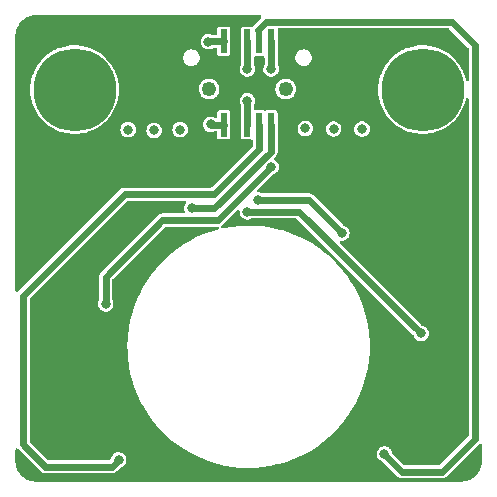
<source format=gbl>
G04 #@! TF.GenerationSoftware,KiCad,Pcbnew,(6.0.2)*
G04 #@! TF.CreationDate,2022-06-18T21:44:04-04:00*
G04 #@! TF.ProjectId,Foras Promineo CLR PCB,466f7261-7320-4507-926f-6d696e656f20,rev?*
G04 #@! TF.SameCoordinates,PX4c4b400PY6a92b70*
G04 #@! TF.FileFunction,Copper,L2,Bot*
G04 #@! TF.FilePolarity,Positive*
%FSLAX46Y46*%
G04 Gerber Fmt 4.6, Leading zero omitted, Abs format (unit mm)*
G04 Created by KiCad (PCBNEW (6.0.2)) date 2022-06-18 21:44:04*
%MOMM*%
%LPD*%
G01*
G04 APERTURE LIST*
G04 #@! TA.AperFunction,ComponentPad*
%ADD10C,0.800000*%
G04 #@! TD*
G04 #@! TA.AperFunction,ComponentPad*
%ADD11C,7.000000*%
G04 #@! TD*
G04 #@! TA.AperFunction,SMDPad,CuDef*
%ADD12R,0.600000X2.000000*%
G04 #@! TD*
G04 #@! TA.AperFunction,ComponentPad*
%ADD13C,1.248000*%
G04 #@! TD*
G04 #@! TA.AperFunction,ViaPad*
%ADD14C,0.800000*%
G04 #@! TD*
G04 #@! TA.AperFunction,Conductor*
%ADD15C,0.600000*%
G04 #@! TD*
G04 APERTURE END LIST*
D10*
G04 #@! TO.P,H1,1,1*
G04 #@! TO.N,Net-(C1-Pad1)*
X-12873845Y43343845D03*
X-14730000Y47825000D03*
X-14730000Y42575000D03*
D11*
X-14730000Y45200000D03*
D10*
X-17355000Y45200000D03*
X-16586155Y47056155D03*
X-12873845Y47056155D03*
X-12105000Y45200000D03*
X-16586155Y43343845D03*
G04 #@! TD*
G04 #@! TO.P,H2,1,1*
G04 #@! TO.N,Net-(C2-Pad1)*
X16586155Y43343845D03*
X12873845Y47056155D03*
X12873845Y43343845D03*
X12105000Y45200000D03*
X14730000Y47825000D03*
D11*
X14730000Y45200000D03*
D10*
X16586155Y47056155D03*
X17355000Y45200000D03*
X14730000Y42575000D03*
G04 #@! TD*
D12*
G04 #@! TO.P,J1,1,Pin_1*
G04 #@! TO.N,Net-(C5-Pad1)*
X-2100000Y49275000D03*
G04 #@! TO.P,J1,2,Pin_2*
X-2100000Y42225000D03*
G04 #@! TO.P,J1,3,Pin_3*
G04 #@! TO.N,GND*
X-1100000Y49275000D03*
G04 #@! TO.P,J1,4,Pin_4*
X-1100000Y42225000D03*
G04 #@! TO.P,J1,5,Pin_5*
G04 #@! TO.N,/LED_1*
X-100000Y49275000D03*
G04 #@! TO.P,J1,6,Pin_6*
G04 #@! TO.N,/LED_2*
X-100000Y42225000D03*
G04 #@! TO.P,J1,7,Pin_7*
G04 #@! TO.N,/LED_3*
X900000Y49275000D03*
G04 #@! TO.P,J1,8,Pin_8*
G04 #@! TO.N,/LED_4*
X900000Y42225000D03*
G04 #@! TO.P,J1,9,Pin_9*
G04 #@! TO.N,/LED_5*
X1900000Y49275000D03*
G04 #@! TO.P,J1,10,Pin_10*
G04 #@! TO.N,/LED_6*
X1900000Y42225000D03*
D13*
G04 #@! TO.P,J1,S1*
G04 #@! TO.N,N/C*
X-3350000Y45250000D03*
G04 #@! TO.P,J1,S2*
X3150000Y45250000D03*
G04 #@! TD*
D14*
G04 #@! TO.N,GND*
X16800000Y37650000D03*
X-16600000Y37650000D03*
X-6525000Y47137500D03*
X-8625000Y47200000D03*
G04 #@! TO.N,/LED_6*
X-4800000Y35150000D03*
G04 #@! TO.N,/LED_5*
X1900000Y46950000D03*
X1900000Y38650000D03*
X-12100000Y27050000D03*
G04 #@! TO.N,/LED_4*
X-11000000Y13850000D03*
G04 #@! TO.N,/LED_3*
X11500000Y14350000D03*
G04 #@! TO.N,/LED_2*
X-100000Y44250000D03*
X14600000Y24550000D03*
X-100000Y34850000D03*
G04 #@! TO.N,/LED_1*
X800000Y35850000D03*
X-100000Y46950000D03*
X7900000Y33050000D03*
G04 #@! TO.N,Net-(C5-Pad1)*
X4800000Y41912500D03*
X-8000000Y41737500D03*
X-3400000Y49250000D03*
X7200000Y41850000D03*
X-5800000Y41800000D03*
X9600000Y41850000D03*
X-3200000Y42250000D03*
X-10200000Y41800000D03*
G04 #@! TD*
D15*
G04 #@! TO.N,/LED_6*
X-2900000Y35150000D02*
X-4800000Y35150000D01*
X1900000Y39950000D02*
X-2900000Y35150000D01*
X1900000Y42225000D02*
X1900000Y39950000D01*
G04 #@! TO.N,/LED_5*
X-2600000Y34150000D02*
X-7300000Y34150000D01*
X1900000Y49275000D02*
X1900000Y46950000D01*
X-12100000Y29350000D02*
X-12100000Y27050000D01*
X1900000Y38650000D02*
X-2600000Y34150000D01*
X-7300000Y34150000D02*
X-12100000Y29350000D01*
G04 #@! TO.N,/LED_4*
X-2900000Y36350000D02*
X900000Y40150000D01*
X-10500000Y36350000D02*
X-2900000Y36350000D01*
X-11000000Y13850000D02*
X-11600000Y13250000D01*
X-17200000Y13250000D02*
X-19100000Y15150000D01*
X-19100000Y15150000D02*
X-19100000Y27750000D01*
X900000Y40150000D02*
X900000Y42225000D01*
X-19100000Y27750000D02*
X-10500000Y36350000D01*
X-11600000Y13250000D02*
X-17200000Y13250000D01*
G04 #@! TO.N,/LED_3*
X1500000Y50950000D02*
X800000Y50250000D01*
X11500000Y14350000D02*
X13000000Y12850000D01*
X17200000Y50950000D02*
X1500000Y50950000D01*
X19200000Y48950000D02*
X17200000Y50950000D01*
X16400000Y12850000D02*
X19200000Y15650000D01*
X13000000Y12850000D02*
X16400000Y12850000D01*
X19200000Y15650000D02*
X19200000Y48950000D01*
G04 #@! TO.N,/LED_2*
X4300000Y34850000D02*
X-100000Y34850000D01*
X14600000Y24550000D02*
X4300000Y34850000D01*
X-100000Y42225000D02*
X-100000Y44250000D01*
G04 #@! TO.N,/LED_1*
X800000Y35850000D02*
X5100000Y35850000D01*
X-100000Y49275000D02*
X-100000Y46950000D01*
X5100000Y35850000D02*
X7900000Y33050000D01*
G04 #@! TO.N,Net-(C5-Pad1)*
X-2100000Y42225000D02*
X-3175000Y42225000D01*
X-2100000Y49275000D02*
X-3375000Y49275000D01*
X-3375000Y49275000D02*
X-3400000Y49250000D01*
X-3175000Y42225000D02*
X-3200000Y42250000D01*
G04 #@! TD*
G04 #@! TA.AperFunction,Conductor*
G04 #@! TO.N,GND*
G36*
X1025750Y51475998D02*
G01*
X1072243Y51422342D01*
X1082347Y51352068D01*
X1052853Y51287488D01*
X1046724Y51280905D01*
X380999Y50615180D01*
X378404Y50611761D01*
X378403Y50611760D01*
X351689Y50576566D01*
X294572Y50534399D01*
X237526Y50530001D01*
X237298Y50527686D01*
X231135Y50528293D01*
X225067Y50529500D01*
X-99947Y50529500D01*
X-425066Y50529499D01*
X-460818Y50522388D01*
X-487126Y50517156D01*
X-487128Y50517155D01*
X-499301Y50514734D01*
X-509621Y50507839D01*
X-509622Y50507838D01*
X-558295Y50475315D01*
X-583484Y50458484D01*
X-639734Y50374301D01*
X-654500Y50300067D01*
X-654500Y47339181D01*
X-674696Y47275323D01*
X-673093Y47274464D01*
X-676680Y47267774D01*
X-681050Y47261556D01*
X-738594Y47113963D01*
X-759271Y46956904D01*
X-741887Y46799447D01*
X-739277Y46792316D01*
X-739277Y46792314D01*
X-697433Y46677970D01*
X-687447Y46650681D01*
X-599092Y46519195D01*
X-593473Y46514082D01*
X-593472Y46514081D01*
X-582097Y46503731D01*
X-481924Y46412581D01*
X-342707Y46336992D01*
X-189478Y46296793D01*
X-105523Y46295474D01*
X-38681Y46294424D01*
X-38678Y46294424D01*
X-31084Y46294305D01*
X123332Y46329671D01*
X193742Y46365083D01*
X258072Y46397437D01*
X258075Y46397439D01*
X264855Y46400849D01*
X270626Y46405778D01*
X270629Y46405780D01*
X379536Y46498796D01*
X379536Y46498797D01*
X385314Y46503731D01*
X477755Y46632376D01*
X536842Y46779359D01*
X559162Y46936193D01*
X559307Y46950000D01*
X540276Y47107267D01*
X484280Y47255454D01*
X476661Y47266540D01*
X454500Y47337908D01*
X454500Y47894500D01*
X474502Y47962621D01*
X528158Y48009114D01*
X580500Y48020500D01*
X900029Y48020501D01*
X1219500Y48020501D01*
X1287621Y48000499D01*
X1334114Y47946843D01*
X1345500Y47894501D01*
X1345500Y47339181D01*
X1325304Y47275323D01*
X1326907Y47274464D01*
X1323320Y47267774D01*
X1318950Y47261556D01*
X1261406Y47113963D01*
X1240729Y46956904D01*
X1258113Y46799447D01*
X1260723Y46792316D01*
X1260723Y46792314D01*
X1302567Y46677970D01*
X1312553Y46650681D01*
X1400908Y46519195D01*
X1406527Y46514082D01*
X1406528Y46514081D01*
X1417903Y46503731D01*
X1518076Y46412581D01*
X1657293Y46336992D01*
X1810522Y46296793D01*
X1894477Y46295474D01*
X1961319Y46294424D01*
X1961322Y46294424D01*
X1968916Y46294305D01*
X2123332Y46329671D01*
X2193742Y46365083D01*
X2258072Y46397437D01*
X2258075Y46397439D01*
X2264855Y46400849D01*
X2270626Y46405778D01*
X2270629Y46405780D01*
X2379536Y46498796D01*
X2379536Y46498797D01*
X2385314Y46503731D01*
X2477755Y46632376D01*
X2536842Y46779359D01*
X2559162Y46936193D01*
X2559307Y46950000D01*
X2540276Y47107267D01*
X2484280Y47255454D01*
X2476661Y47266540D01*
X2454500Y47337908D01*
X2454500Y47819011D01*
X3950032Y47819011D01*
X3951804Y47811632D01*
X3951804Y47811628D01*
X3987782Y47661768D01*
X3989555Y47654383D01*
X4067208Y47503935D01*
X4178505Y47376352D01*
X4207093Y47356260D01*
X4310806Y47283369D01*
X4310808Y47283368D01*
X4317023Y47279000D01*
X4395633Y47248351D01*
X4467684Y47220259D01*
X4467687Y47220258D01*
X4474764Y47217499D01*
X4482297Y47216507D01*
X4482298Y47216507D01*
X4599802Y47201038D01*
X4603889Y47200500D01*
X4692458Y47200500D01*
X4818080Y47215702D01*
X4976456Y47275547D01*
X5011065Y47299333D01*
X5109726Y47367141D01*
X5109728Y47367142D01*
X5115985Y47371443D01*
X5125460Y47382077D01*
X5223560Y47492182D01*
X5223562Y47492185D01*
X5228613Y47497854D01*
X5307836Y47647480D01*
X5349082Y47811685D01*
X5349968Y47980989D01*
X5346441Y47995684D01*
X5312218Y48138232D01*
X5310445Y48145617D01*
X5232792Y48296065D01*
X5121495Y48423648D01*
X4982977Y48521000D01*
X4853360Y48571536D01*
X4832316Y48579741D01*
X4832313Y48579742D01*
X4825236Y48582501D01*
X4817703Y48583493D01*
X4817702Y48583493D01*
X4700198Y48598962D01*
X4700197Y48598962D01*
X4696111Y48599500D01*
X4607542Y48599500D01*
X4481920Y48584298D01*
X4323544Y48524453D01*
X4184015Y48428557D01*
X4178964Y48422887D01*
X4178962Y48422886D01*
X4076440Y48307818D01*
X4076438Y48307815D01*
X4071387Y48302146D01*
X4067832Y48295433D01*
X4067832Y48295432D01*
X4004437Y48175699D01*
X3992164Y48152520D01*
X3950918Y47988315D01*
X3950878Y47980717D01*
X3950878Y47980715D01*
X3950701Y47946843D01*
X3950032Y47819011D01*
X2454500Y47819011D01*
X2454500Y49313057D01*
X2454499Y49313061D01*
X2454499Y50269500D01*
X2474501Y50337621D01*
X2528157Y50384114D01*
X2580499Y50395500D01*
X16918129Y50395500D01*
X16986250Y50375498D01*
X17007224Y50358595D01*
X18608595Y48757224D01*
X18642621Y48694912D01*
X18645500Y48668129D01*
X18645500Y46045578D01*
X18625498Y45977457D01*
X18571842Y45930964D01*
X18501568Y45920860D01*
X18436988Y45950354D01*
X18397513Y46014030D01*
X18318097Y46321112D01*
X18318094Y46321120D01*
X18317300Y46324192D01*
X18316195Y46327180D01*
X18186433Y46677970D01*
X18186430Y46677977D01*
X18185328Y46680956D01*
X18133434Y46786885D01*
X18019381Y47019698D01*
X18019378Y47019704D01*
X18017980Y47022557D01*
X17816967Y47345498D01*
X17584348Y47646472D01*
X17348977Y47894500D01*
X17324703Y47920080D01*
X17324700Y47920082D01*
X17322504Y47922397D01*
X17208448Y48020501D01*
X17036532Y48168372D01*
X17036529Y48168374D01*
X17034117Y48170449D01*
X16722139Y48388088D01*
X16389764Y48573086D01*
X16386844Y48574344D01*
X16386839Y48574346D01*
X16043330Y48722285D01*
X16043320Y48722289D01*
X16040396Y48723548D01*
X15677611Y48837933D01*
X15412443Y48892847D01*
X15308248Y48914425D01*
X15308245Y48914425D01*
X15305123Y48915072D01*
X14960540Y48950681D01*
X14929904Y48953847D01*
X14929901Y48953847D01*
X14926748Y48954173D01*
X14923581Y48954179D01*
X14923572Y48954179D01*
X14736195Y48954506D01*
X14546358Y48954837D01*
X14358900Y48936126D01*
X14171032Y48917375D01*
X14171028Y48917374D01*
X14167848Y48917057D01*
X14164708Y48916418D01*
X14164707Y48916418D01*
X13798228Y48841857D01*
X13798221Y48841855D01*
X13795094Y48841219D01*
X13431912Y48728100D01*
X13360021Y48697436D01*
X13084950Y48580109D01*
X13084946Y48580107D01*
X13082020Y48578859D01*
X13079241Y48577325D01*
X13079235Y48577322D01*
X12969296Y48516632D01*
X12749002Y48395023D01*
X12746381Y48393208D01*
X12746376Y48393205D01*
X12449841Y48187874D01*
X12436266Y48178474D01*
X12147015Y47931430D01*
X12144818Y47929131D01*
X12144817Y47929130D01*
X11886415Y47658728D01*
X11886410Y47658722D01*
X11884210Y47656420D01*
X11650541Y47356260D01*
X11448402Y47034023D01*
X11279862Y46693008D01*
X11278748Y46690027D01*
X11278747Y46690026D01*
X11254884Y46626202D01*
X11146646Y46336707D01*
X11050119Y45968767D01*
X11049626Y45965618D01*
X11049624Y45965609D01*
X11018870Y45769214D01*
X10991269Y45592956D01*
X10991098Y45589790D01*
X10991097Y45589785D01*
X10990562Y45579903D01*
X10970698Y45213122D01*
X10970848Y45209941D01*
X10987140Y44864476D01*
X10988617Y44833154D01*
X11044842Y44456942D01*
X11045628Y44453860D01*
X11045628Y44453858D01*
X11096544Y44254108D01*
X11138798Y44088337D01*
X11269523Y43731115D01*
X11435678Y43388931D01*
X11437350Y43386224D01*
X11437351Y43386222D01*
X11525264Y43243880D01*
X11635563Y43065291D01*
X11637495Y43062773D01*
X11637502Y43062763D01*
X11849597Y42786356D01*
X11867130Y42763507D01*
X12128009Y42486669D01*
X12211943Y42413963D01*
X12413118Y42239698D01*
X12413125Y42239692D01*
X12415528Y42237611D01*
X12726745Y42018885D01*
X12729507Y42017335D01*
X12729515Y42017330D01*
X13052297Y41836193D01*
X13058472Y41832728D01*
X13061386Y41831461D01*
X13061390Y41831459D01*
X13165495Y41786193D01*
X13407313Y41681048D01*
X13528683Y41642314D01*
X13766652Y41566368D01*
X13766660Y41566366D01*
X13769696Y41565397D01*
X13955690Y41526202D01*
X14138793Y41487616D01*
X14138798Y41487615D01*
X14141912Y41486959D01*
X14520149Y41446537D01*
X14523337Y41446520D01*
X14523342Y41446520D01*
X14695776Y41445617D01*
X14900534Y41444545D01*
X15044142Y41458373D01*
X15276009Y41480699D01*
X15276014Y41480700D01*
X15279174Y41481004D01*
X15282293Y41481627D01*
X15282298Y41481628D01*
X15466028Y41518341D01*
X15652190Y41555540D01*
X15982203Y41657065D01*
X16012723Y41666454D01*
X16012726Y41666455D01*
X16015765Y41667390D01*
X16018693Y41668627D01*
X16018699Y41668629D01*
X16215911Y41751935D01*
X16366175Y41815409D01*
X16368978Y41816943D01*
X16368983Y41816946D01*
X16611511Y41949727D01*
X16699833Y41998082D01*
X17013323Y42213537D01*
X17071720Y42263061D01*
X17301005Y42457509D01*
X17301007Y42457511D01*
X17303435Y42459570D01*
X17305640Y42461862D01*
X17305646Y42461867D01*
X17564984Y42731359D01*
X17564986Y42731362D01*
X17567199Y42733661D01*
X17801913Y43033004D01*
X17935224Y43243880D01*
X18003474Y43351840D01*
X18003478Y43351847D01*
X18005176Y43354533D01*
X18006593Y43357376D01*
X18006598Y43357384D01*
X18173485Y43692110D01*
X18174905Y43694958D01*
X18309364Y44050792D01*
X18320176Y44091424D01*
X18397737Y44382921D01*
X18434582Y44443608D01*
X18498389Y44474741D01*
X18568898Y44466435D01*
X18623723Y44421328D01*
X18645500Y44350522D01*
X18645500Y15931871D01*
X18625498Y15863750D01*
X18608595Y15842776D01*
X16207224Y13441405D01*
X16144912Y13407379D01*
X16118129Y13404500D01*
X13281871Y13404500D01*
X13213750Y13424502D01*
X13192776Y13441405D01*
X12167575Y14466606D01*
X12138804Y14511162D01*
X12135070Y14521043D01*
X12084280Y14655454D01*
X12032382Y14730966D01*
X11998855Y14779749D01*
X11998854Y14779751D01*
X11994553Y14786008D01*
X11975647Y14802853D01*
X11881946Y14886336D01*
X11876275Y14891389D01*
X11868889Y14895300D01*
X11830565Y14915591D01*
X11736274Y14965516D01*
X11582633Y15004108D01*
X11575034Y15004148D01*
X11575033Y15004148D01*
X11509181Y15004493D01*
X11424221Y15004938D01*
X11416841Y15003166D01*
X11416839Y15003166D01*
X11277563Y14969729D01*
X11277560Y14969728D01*
X11270184Y14967957D01*
X11129414Y14895300D01*
X11010039Y14791162D01*
X10918950Y14661556D01*
X10861406Y14513963D01*
X10860414Y14506430D01*
X10860414Y14506429D01*
X10842265Y14368568D01*
X10840729Y14356904D01*
X10858113Y14199447D01*
X10860723Y14192316D01*
X10860723Y14192314D01*
X10882898Y14131719D01*
X10912553Y14050681D01*
X10916789Y14044378D01*
X10916789Y14044377D01*
X10969368Y13966132D01*
X11000908Y13919195D01*
X11006527Y13914082D01*
X11006528Y13914081D01*
X11096615Y13832109D01*
X11118076Y13812581D01*
X11257293Y13736992D01*
X11264635Y13735066D01*
X11264637Y13735065D01*
X11321270Y13720208D01*
X11378392Y13687427D01*
X12597244Y12468574D01*
X12600897Y12464766D01*
X12643226Y12418734D01*
X12680505Y12395620D01*
X12690268Y12388911D01*
X12691604Y12387897D01*
X12718393Y12367562D01*
X12718396Y12367560D01*
X12725234Y12362370D01*
X12739396Y12356763D01*
X12759410Y12346697D01*
X12772344Y12338677D01*
X12780591Y12336281D01*
X12780593Y12336280D01*
X12802720Y12329852D01*
X12814476Y12326436D01*
X12825701Y12322592D01*
X12858498Y12309607D01*
X12858505Y12309605D01*
X12866490Y12306444D01*
X12875033Y12305546D01*
X12875034Y12305546D01*
X12881620Y12304854D01*
X12903610Y12300540D01*
X12911890Y12298134D01*
X12911894Y12298133D01*
X12918235Y12296291D01*
X12924819Y12295808D01*
X12924822Y12295807D01*
X12925521Y12295756D01*
X12929007Y12295500D01*
X12964012Y12295500D01*
X12977182Y12294810D01*
X13017581Y12290564D01*
X13026048Y12291996D01*
X13026049Y12291996D01*
X13036336Y12293736D01*
X13057348Y12295500D01*
X16384925Y12295500D01*
X16390201Y12295390D01*
X16452674Y12292772D01*
X16495376Y12302788D01*
X16507051Y12304951D01*
X16522754Y12307102D01*
X16550518Y12310905D01*
X16564493Y12316953D01*
X16585763Y12323987D01*
X16592222Y12325502D01*
X16600583Y12327463D01*
X16639037Y12348603D01*
X16649683Y12353818D01*
X16682063Y12367830D01*
X16682067Y12367832D01*
X16689946Y12371242D01*
X16701775Y12380821D01*
X16720363Y12393312D01*
X16733715Y12400652D01*
X16739245Y12405426D01*
X16740140Y12406198D01*
X16740147Y12406204D01*
X16741891Y12407710D01*
X16766634Y12432453D01*
X16776435Y12441279D01*
X16801338Y12461444D01*
X16801341Y12461447D01*
X16808013Y12466850D01*
X16819038Y12482364D01*
X16832645Y12498464D01*
X19530905Y15196724D01*
X19593217Y15230750D01*
X19664032Y15225685D01*
X19720868Y15183138D01*
X19745679Y15116618D01*
X19746000Y15107629D01*
X19746000Y13787425D01*
X19743579Y13762847D01*
X19741024Y13750000D01*
X19743445Y13737829D01*
X19743445Y13725419D01*
X19742802Y13725419D01*
X19743473Y13714674D01*
X19728871Y13510509D01*
X19726313Y13492715D01*
X19677190Y13266899D01*
X19672125Y13249650D01*
X19591367Y13033127D01*
X19583898Y13016774D01*
X19473148Y12813951D01*
X19463431Y12798830D01*
X19382383Y12690563D01*
X19324937Y12613824D01*
X19313164Y12600238D01*
X19149762Y12436836D01*
X19136176Y12425063D01*
X19121674Y12414207D01*
X18957707Y12291462D01*
X18951173Y12286571D01*
X18936049Y12276852D01*
X18733226Y12166102D01*
X18716877Y12158635D01*
X18583148Y12108757D01*
X18500350Y12077875D01*
X18483101Y12072810D01*
X18257285Y12023687D01*
X18239491Y12021129D01*
X18035326Y12006527D01*
X18024581Y12007198D01*
X18024581Y12006555D01*
X18012171Y12006555D01*
X18000000Y12008976D01*
X17987153Y12006421D01*
X17962575Y12004000D01*
X-17962575Y12004000D01*
X-17987153Y12006421D01*
X-18000000Y12008976D01*
X-18012171Y12006555D01*
X-18024581Y12006555D01*
X-18024581Y12007198D01*
X-18035326Y12006527D01*
X-18239491Y12021129D01*
X-18257285Y12023687D01*
X-18483101Y12072810D01*
X-18500350Y12077875D01*
X-18583148Y12108757D01*
X-18716877Y12158635D01*
X-18733226Y12166102D01*
X-18936049Y12276852D01*
X-18951173Y12286571D01*
X-18957706Y12291462D01*
X-19121674Y12414207D01*
X-19136176Y12425063D01*
X-19149762Y12436836D01*
X-19313164Y12600238D01*
X-19324937Y12613824D01*
X-19382383Y12690563D01*
X-19463431Y12798830D01*
X-19473148Y12813951D01*
X-19583898Y13016774D01*
X-19591367Y13033127D01*
X-19672125Y13249650D01*
X-19677190Y13266899D01*
X-19726313Y13492715D01*
X-19728871Y13510509D01*
X-19743473Y13714674D01*
X-19742802Y13725419D01*
X-19743445Y13725419D01*
X-19743445Y13737829D01*
X-19741024Y13750000D01*
X-19743579Y13762847D01*
X-19746000Y13787425D01*
X-19746000Y14707629D01*
X-19725998Y14775750D01*
X-19672342Y14822243D01*
X-19602068Y14832347D01*
X-19537488Y14802853D01*
X-19530905Y14796724D01*
X-19517547Y14783366D01*
X-19508721Y14773565D01*
X-19488556Y14748662D01*
X-19488553Y14748659D01*
X-19483150Y14741987D01*
X-19467636Y14730962D01*
X-19451536Y14717355D01*
X-17602768Y12868587D01*
X-17599115Y12864779D01*
X-17569389Y12832453D01*
X-17556774Y12818734D01*
X-17549479Y12814211D01*
X-17549478Y12814210D01*
X-17519494Y12795619D01*
X-17509712Y12788896D01*
X-17474765Y12762370D01*
X-17466780Y12759209D01*
X-17466781Y12759209D01*
X-17460604Y12756763D01*
X-17440598Y12746700D01*
X-17434963Y12743206D01*
X-17434954Y12743202D01*
X-17427656Y12738677D01*
X-17419409Y12736281D01*
X-17385520Y12726435D01*
X-17374298Y12722593D01*
X-17333510Y12706444D01*
X-17319902Y12705013D01*
X-17318367Y12704852D01*
X-17296395Y12700541D01*
X-17281765Y12696291D01*
X-17270993Y12695500D01*
X-17235995Y12695500D01*
X-17222825Y12694810D01*
X-17208773Y12693333D01*
X-17190963Y12691461D01*
X-17182419Y12690563D01*
X-17163654Y12693737D01*
X-17142652Y12695500D01*
X-11615075Y12695500D01*
X-11609799Y12695390D01*
X-11547326Y12692772D01*
X-11524469Y12698133D01*
X-11504622Y12702788D01*
X-11492949Y12704951D01*
X-11477246Y12707102D01*
X-11449482Y12710905D01*
X-11435507Y12716953D01*
X-11414237Y12723987D01*
X-11407778Y12725502D01*
X-11399417Y12727463D01*
X-11360963Y12748603D01*
X-11350317Y12753818D01*
X-11317937Y12767830D01*
X-11317933Y12767832D01*
X-11310054Y12771242D01*
X-11298225Y12780821D01*
X-11279637Y12793312D01*
X-11266285Y12800652D01*
X-11260042Y12806041D01*
X-11259860Y12806198D01*
X-11259853Y12806204D01*
X-11258109Y12807710D01*
X-11233366Y12832453D01*
X-11223565Y12841279D01*
X-11198662Y12861444D01*
X-11198659Y12861447D01*
X-11191987Y12866850D01*
X-11180962Y12882364D01*
X-11167355Y12898464D01*
X-10879451Y13186368D01*
X-10818487Y13220093D01*
X-10817155Y13220398D01*
X-10776668Y13229671D01*
X-10702648Y13266899D01*
X-10641928Y13297437D01*
X-10641925Y13297439D01*
X-10635145Y13300849D01*
X-10629374Y13305778D01*
X-10629371Y13305780D01*
X-10520464Y13398796D01*
X-10520464Y13398797D01*
X-10514686Y13403731D01*
X-10422245Y13532376D01*
X-10363158Y13679359D01*
X-10343091Y13820361D01*
X-10341419Y13832109D01*
X-10341419Y13832112D01*
X-10340838Y13836193D01*
X-10340693Y13850000D01*
X-10359724Y14007267D01*
X-10415720Y14155454D01*
X-10505447Y14286008D01*
X-10623725Y14391389D01*
X-10631111Y14395300D01*
X-10757012Y14461961D01*
X-10757011Y14461961D01*
X-10763726Y14465516D01*
X-10917367Y14504108D01*
X-10924966Y14504148D01*
X-10924967Y14504148D01*
X-10990819Y14504493D01*
X-11075779Y14504938D01*
X-11083159Y14503166D01*
X-11083161Y14503166D01*
X-11222437Y14469729D01*
X-11222440Y14469728D01*
X-11229816Y14467957D01*
X-11370586Y14395300D01*
X-11489961Y14291162D01*
X-11581050Y14161556D01*
X-11638594Y14013963D01*
X-11640371Y14014656D01*
X-11668049Y13966132D01*
X-11792776Y13841405D01*
X-11855088Y13807379D01*
X-11881871Y13804500D01*
X-16918128Y13804500D01*
X-16986249Y13824502D01*
X-17007223Y13841405D01*
X-18508595Y15342776D01*
X-18542620Y15405088D01*
X-18545500Y15431871D01*
X-18545500Y27468129D01*
X-18525498Y27536250D01*
X-18508595Y27557224D01*
X-10307224Y35758595D01*
X-10244912Y35792621D01*
X-10218129Y35795500D01*
X-5387747Y35795500D01*
X-5319626Y35775498D01*
X-5273133Y35721842D01*
X-5263029Y35651568D01*
X-5290980Y35591878D01*
X-5289961Y35591162D01*
X-5294019Y35585389D01*
X-5294020Y35585386D01*
X-5294326Y35584952D01*
X-5294329Y35584948D01*
X-5350628Y35504842D01*
X-5381050Y35461556D01*
X-5438594Y35313963D01*
X-5459271Y35156904D01*
X-5458437Y35149354D01*
X-5444824Y35026053D01*
X-5441887Y34999447D01*
X-5439277Y34992314D01*
X-5439276Y34992311D01*
X-5395908Y34873800D01*
X-5391282Y34802955D01*
X-5425692Y34740854D01*
X-5488214Y34707216D01*
X-5514234Y34704500D01*
X-7284925Y34704500D01*
X-7290201Y34704610D01*
X-7352674Y34707228D01*
X-7361039Y34705266D01*
X-7395378Y34697212D01*
X-7407052Y34695049D01*
X-7450518Y34689095D01*
X-7463233Y34683593D01*
X-7464494Y34683047D01*
X-7485763Y34676013D01*
X-7500583Y34672537D01*
X-7539037Y34651397D01*
X-7549683Y34646182D01*
X-7582063Y34632170D01*
X-7582067Y34632168D01*
X-7589946Y34628758D01*
X-7596619Y34623354D01*
X-7596621Y34623353D01*
X-7601775Y34619179D01*
X-7620363Y34606688D01*
X-7633715Y34599348D01*
X-7638719Y34595028D01*
X-7640140Y34593802D01*
X-7640147Y34593796D01*
X-7641891Y34592290D01*
X-7666634Y34567547D01*
X-7676435Y34558721D01*
X-7701338Y34538556D01*
X-7701341Y34538553D01*
X-7708013Y34533150D01*
X-7719038Y34517636D01*
X-7732645Y34501536D01*
X-12481413Y29752768D01*
X-12485221Y29749115D01*
X-12531266Y29706774D01*
X-12535789Y29699479D01*
X-12535790Y29699478D01*
X-12554381Y29669494D01*
X-12561104Y29659712D01*
X-12587630Y29624765D01*
X-12590791Y29616781D01*
X-12593237Y29610604D01*
X-12603300Y29590598D01*
X-12606794Y29584963D01*
X-12606798Y29584954D01*
X-12611323Y29577656D01*
X-12613719Y29569409D01*
X-12623565Y29535520D01*
X-12627407Y29524298D01*
X-12643556Y29483510D01*
X-12644454Y29474965D01*
X-12645148Y29468367D01*
X-12649459Y29446395D01*
X-12653709Y29431765D01*
X-12654500Y29420993D01*
X-12654500Y29385995D01*
X-12655190Y29372825D01*
X-12659437Y29332419D01*
X-12656263Y29313654D01*
X-12654500Y29292652D01*
X-12654500Y27439181D01*
X-12674696Y27375323D01*
X-12673093Y27374464D01*
X-12676680Y27367774D01*
X-12681050Y27361556D01*
X-12738594Y27213963D01*
X-12759271Y27056904D01*
X-12741887Y26899447D01*
X-12739277Y26892316D01*
X-12739277Y26892314D01*
X-12693883Y26768269D01*
X-12687447Y26750681D01*
X-12599092Y26619195D01*
X-12593473Y26614082D01*
X-12593472Y26614081D01*
X-12582097Y26603731D01*
X-12481924Y26512581D01*
X-12342707Y26436992D01*
X-12189478Y26396793D01*
X-12105523Y26395474D01*
X-12038681Y26394424D01*
X-12038678Y26394424D01*
X-12031084Y26394305D01*
X-11876668Y26429671D01*
X-11806258Y26465083D01*
X-11741928Y26497437D01*
X-11741925Y26497439D01*
X-11735145Y26500849D01*
X-11729374Y26505778D01*
X-11729371Y26505780D01*
X-11620464Y26598796D01*
X-11620464Y26598797D01*
X-11614686Y26603731D01*
X-11522245Y26732376D01*
X-11463158Y26879359D01*
X-11457035Y26922385D01*
X-11441419Y27032109D01*
X-11441419Y27032112D01*
X-11440838Y27036193D01*
X-11440693Y27050000D01*
X-11459724Y27207267D01*
X-11515720Y27355454D01*
X-11523339Y27366540D01*
X-11545500Y27437908D01*
X-11545500Y29068129D01*
X-11525498Y29136250D01*
X-11508595Y29157224D01*
X-7107224Y33558595D01*
X-7044912Y33592621D01*
X-7018129Y33595500D01*
X-2652727Y33595500D01*
X-2584606Y33575498D01*
X-2538113Y33521842D01*
X-2528009Y33451568D01*
X-2557503Y33386988D01*
X-2623848Y33346854D01*
X-2653335Y33339911D01*
X-2653341Y33339909D01*
X-2655190Y33339474D01*
X-3255186Y33158895D01*
X-3256975Y33158235D01*
X-3256984Y33158232D01*
X-3841224Y32942695D01*
X-3841236Y32942690D01*
X-3843039Y32942025D01*
X-4416556Y32689671D01*
X-4973597Y32402776D01*
X-5512085Y32082410D01*
X-6030010Y31729767D01*
X-6525441Y31346163D01*
X-6526884Y31344898D01*
X-6526898Y31344886D01*
X-6995065Y30934315D01*
X-6996530Y30933030D01*
X-7441518Y30491907D01*
X-7858747Y30024442D01*
X-8246660Y29532377D01*
X-8603809Y29017549D01*
X-8604798Y29015919D01*
X-8604802Y29015913D01*
X-8927854Y28483539D01*
X-8927861Y28483526D01*
X-8928862Y28481877D01*
X-9220608Y27927361D01*
X-9221398Y27925607D01*
X-9221403Y27925597D01*
X-9441090Y27437908D01*
X-9477956Y27356068D01*
X-9699948Y26770130D01*
X-9700525Y26768273D01*
X-9700526Y26768269D01*
X-9816608Y26394424D01*
X-9885756Y26171733D01*
X-10034685Y25563108D01*
X-10035026Y25561222D01*
X-10140173Y24979749D01*
X-10146181Y24946527D01*
X-10219828Y24324289D01*
X-10219938Y24322350D01*
X-10242042Y23933084D01*
X-10255351Y23698716D01*
X-10254179Y23430170D01*
X-10252617Y23072141D01*
X-10211636Y22446901D01*
X-10132562Y21825330D01*
X-10015690Y21209745D01*
X-9861455Y20602443D01*
X-9860877Y20600636D01*
X-9860874Y20600627D01*
X-9805913Y20428930D01*
X-9670433Y20005690D01*
X-9669737Y20003901D01*
X-9669732Y20003886D01*
X-9605004Y19837439D01*
X-9443336Y19421712D01*
X-9442543Y19419993D01*
X-9442538Y19419980D01*
X-9298958Y19108531D01*
X-9181012Y18852686D01*
X-9180105Y18850997D01*
X-9180100Y18850988D01*
X-9096220Y18694881D01*
X-8884439Y18300737D01*
X-8554723Y17767922D01*
X-8193095Y17256230D01*
X-7800903Y16767569D01*
X-7799597Y16766131D01*
X-7799590Y16766123D01*
X-7385302Y16310029D01*
X-7379611Y16303763D01*
X-7378218Y16302406D01*
X-7249935Y16177439D01*
X-6930789Y15866541D01*
X-6456114Y15457534D01*
X-5957354Y15078268D01*
X-5955752Y15077198D01*
X-5955747Y15077194D01*
X-5510589Y14779749D01*
X-5436371Y14730158D01*
X-4895108Y14414503D01*
X-4893374Y14413629D01*
X-4337319Y14133354D01*
X-4337305Y14133348D01*
X-4335584Y14132480D01*
X-3759887Y13885141D01*
X-3170164Y13673409D01*
X-2568615Y13498073D01*
X-1957484Y13359788D01*
X-1339051Y13259070D01*
X-1337147Y13258878D01*
X-1337145Y13258878D01*
X-717540Y13196487D01*
X-717536Y13196487D01*
X-715622Y13196294D01*
X-713714Y13196219D01*
X-713699Y13196218D01*
X-91436Y13171770D01*
X-91432Y13171770D01*
X-89524Y13171695D01*
X380786Y13181957D01*
X534986Y13185321D01*
X534988Y13185321D01*
X536908Y13185363D01*
X1111213Y13233084D01*
X1159424Y13237090D01*
X1159425Y13237090D01*
X1161337Y13237249D01*
X1781433Y13327159D01*
X1783318Y13327551D01*
X2392998Y13454364D01*
X2393014Y13454368D01*
X2394885Y13454757D01*
X2999402Y13619568D01*
X3592731Y13820976D01*
X4172657Y14058230D01*
X4737017Y14330445D01*
X5283707Y14636606D01*
X5770027Y14949417D01*
X5809071Y14974531D01*
X5809075Y14974534D01*
X5810686Y14975570D01*
X6315989Y15346073D01*
X6317468Y15347303D01*
X6796246Y15745499D01*
X6796260Y15745512D01*
X6797730Y15746734D01*
X7254114Y16176056D01*
X7683436Y16632440D01*
X7684658Y16633910D01*
X7684671Y16633924D01*
X8082867Y17112702D01*
X8082868Y17112703D01*
X8084097Y17114181D01*
X8454600Y17619484D01*
X8507429Y17701615D01*
X8792532Y18144859D01*
X8793564Y18146463D01*
X9099725Y18693153D01*
X9371940Y19257513D01*
X9609194Y19837439D01*
X9810602Y20430768D01*
X9975413Y21035285D01*
X9975802Y21037156D01*
X9975806Y21037172D01*
X10102619Y21646852D01*
X10102619Y21646855D01*
X10103011Y21648737D01*
X10192921Y22268833D01*
X10244807Y22893262D01*
X10258866Y23430170D01*
X10239731Y24056459D01*
X10223567Y24232376D01*
X10182576Y24678479D01*
X10182574Y24678494D01*
X10182398Y24680411D01*
X10105548Y25179711D01*
X10087371Y25297810D01*
X10087370Y25297813D01*
X10087080Y25299700D01*
X10029484Y25564971D01*
X9954542Y25910136D01*
X9954540Y25910144D01*
X9954134Y25912014D01*
X9784054Y26515071D01*
X9783140Y26517691D01*
X9578110Y27104804D01*
X9578108Y27104809D01*
X9577476Y27106619D01*
X9335171Y27684452D01*
X9058041Y28246416D01*
X8747121Y28790413D01*
X8599277Y29015913D01*
X8404622Y29312812D01*
X8404611Y29312827D01*
X8403571Y29314414D01*
X8158574Y29642504D01*
X8029827Y29814918D01*
X8029818Y29814929D01*
X8028672Y29816464D01*
X7623823Y30294691D01*
X7394067Y30534698D01*
X7191855Y30745931D01*
X7190534Y30747311D01*
X7189131Y30748608D01*
X6731833Y31171330D01*
X6731827Y31171335D01*
X6730422Y31172634D01*
X6245202Y31569076D01*
X6120304Y31658990D01*
X5738252Y31934027D01*
X5738250Y31934028D01*
X5736685Y31935155D01*
X5501734Y32083398D01*
X5208404Y32268476D01*
X5208398Y32268479D01*
X5206768Y32269508D01*
X4657428Y32570887D01*
X4587789Y32603731D01*
X4092460Y32837342D01*
X4090713Y32838166D01*
X3508739Y33070351D01*
X2913675Y33266573D01*
X2911826Y33267060D01*
X2911822Y33267061D01*
X2635118Y33339911D01*
X2307743Y33426102D01*
X2305857Y33426477D01*
X2305849Y33426479D01*
X1981182Y33491059D01*
X1693201Y33548342D01*
X1691314Y33548599D01*
X1691301Y33548601D01*
X1156241Y33621419D01*
X1072343Y33632837D01*
X1070437Y33632979D01*
X1070424Y33632980D01*
X607699Y33667366D01*
X447485Y33679272D01*
X92020Y33683925D01*
X-177110Y33687449D01*
X-177120Y33687449D01*
X-179042Y33687474D01*
X-180952Y33687382D01*
X-180967Y33687382D01*
X-802991Y33657503D01*
X-802999Y33657502D01*
X-804901Y33657411D01*
X-1427758Y33589197D01*
X-2045289Y33483086D01*
X-2047153Y33482647D01*
X-2213934Y33443376D01*
X-2284826Y33447233D01*
X-2342379Y33488804D01*
X-2368320Y33554891D01*
X-2354414Y33624513D01*
X-2310783Y33670926D01*
X-2310054Y33671242D01*
X-2303380Y33676647D01*
X-2303376Y33676649D01*
X-2298225Y33680821D01*
X-2279637Y33693312D01*
X-2266285Y33700652D01*
X-2260755Y33705426D01*
X-2259860Y33706198D01*
X-2259853Y33706204D01*
X-2258109Y33707710D01*
X-2233366Y33732453D01*
X-2223565Y33741279D01*
X-2198662Y33761444D01*
X-2198659Y33761447D01*
X-2191987Y33766850D01*
X-2180962Y33782364D01*
X-2167355Y33798464D01*
X-968727Y34997092D01*
X-906415Y35031118D01*
X-835600Y35026053D01*
X-778764Y34983506D01*
X-753953Y34916986D01*
X-754710Y34891552D01*
X-758280Y34864437D01*
X-758280Y34864431D01*
X-759271Y34856904D01*
X-758437Y34849354D01*
X-742746Y34707228D01*
X-741887Y34699447D01*
X-739277Y34692316D01*
X-739277Y34692314D01*
X-690389Y34558721D01*
X-687447Y34550681D01*
X-599092Y34419195D01*
X-481924Y34312581D01*
X-342707Y34236992D01*
X-189478Y34196793D01*
X-105523Y34195474D01*
X-38681Y34194424D01*
X-38678Y34194424D01*
X-31084Y34194305D01*
X123332Y34229671D01*
X227507Y34282065D01*
X284121Y34295500D01*
X4018129Y34295500D01*
X4086250Y34275498D01*
X4107224Y34258595D01*
X13933675Y24432144D01*
X13962905Y24386351D01*
X14012553Y24250681D01*
X14100908Y24119195D01*
X14106527Y24114082D01*
X14106528Y24114081D01*
X14185606Y24042126D01*
X14218076Y24012581D01*
X14357293Y23936992D01*
X14510522Y23896793D01*
X14594477Y23895474D01*
X14661319Y23894424D01*
X14661322Y23894424D01*
X14668916Y23894305D01*
X14823332Y23929671D01*
X14893742Y23965083D01*
X14958072Y23997437D01*
X14958075Y23997439D01*
X14964855Y24000849D01*
X14970626Y24005778D01*
X14970629Y24005780D01*
X15079536Y24098796D01*
X15079536Y24098797D01*
X15085314Y24103731D01*
X15177755Y24232376D01*
X15236842Y24379359D01*
X15259162Y24536193D01*
X15259307Y24550000D01*
X15240276Y24707267D01*
X15184280Y24855454D01*
X15122999Y24944619D01*
X15098855Y24979749D01*
X15098854Y24979751D01*
X15094553Y24986008D01*
X14976275Y25091389D01*
X14836274Y25165516D01*
X14779761Y25179711D01*
X14721362Y25212820D01*
X7752995Y32181187D01*
X7718969Y32243499D01*
X7724034Y32314314D01*
X7766581Y32371150D01*
X7833101Y32395961D01*
X7844069Y32396266D01*
X7961318Y32394424D01*
X7961321Y32394424D01*
X7968916Y32394305D01*
X8123332Y32429671D01*
X8193742Y32465083D01*
X8258072Y32497437D01*
X8258075Y32497439D01*
X8264855Y32500849D01*
X8270626Y32505778D01*
X8270629Y32505780D01*
X8379536Y32598796D01*
X8379536Y32598797D01*
X8385314Y32603731D01*
X8477755Y32732376D01*
X8536842Y32879359D01*
X8559162Y33036193D01*
X8559307Y33050000D01*
X8540276Y33207267D01*
X8484280Y33355454D01*
X8394553Y33486008D01*
X8276275Y33591389D01*
X8136274Y33665516D01*
X8103298Y33673799D01*
X8079759Y33679712D01*
X8021360Y33712821D01*
X5502768Y36231413D01*
X5499115Y36235221D01*
X5462584Y36274948D01*
X5462583Y36274949D01*
X5456774Y36281266D01*
X5419494Y36304381D01*
X5409712Y36311104D01*
X5381605Y36332438D01*
X5381606Y36332438D01*
X5374765Y36337630D01*
X5365053Y36341475D01*
X5360604Y36343237D01*
X5340598Y36353300D01*
X5334963Y36356794D01*
X5334954Y36356798D01*
X5327656Y36361323D01*
X5285521Y36373565D01*
X5274298Y36377407D01*
X5233510Y36393556D01*
X5219902Y36394987D01*
X5218367Y36395148D01*
X5196394Y36399459D01*
X5181765Y36403709D01*
X5170993Y36404500D01*
X5135995Y36404500D01*
X5122824Y36405190D01*
X5112607Y36406264D01*
X5108773Y36406667D01*
X5090963Y36408539D01*
X5082419Y36409437D01*
X5063654Y36406263D01*
X5042652Y36404500D01*
X1182811Y36404500D01*
X1123855Y36419144D01*
X1036274Y36465516D01*
X882633Y36504108D01*
X875034Y36504148D01*
X875033Y36504148D01*
X842029Y36504321D01*
X774014Y36524680D01*
X727803Y36578579D01*
X718068Y36648905D01*
X747900Y36713330D01*
X753595Y36719414D01*
X2020549Y37986368D01*
X2081513Y38020093D01*
X2082845Y38020398D01*
X2123332Y38029671D01*
X2193742Y38065083D01*
X2258072Y38097437D01*
X2258075Y38097439D01*
X2264855Y38100849D01*
X2270626Y38105778D01*
X2270629Y38105780D01*
X2379536Y38198796D01*
X2379536Y38198797D01*
X2385314Y38203731D01*
X2477755Y38332376D01*
X2536842Y38479359D01*
X2559162Y38636193D01*
X2559307Y38650000D01*
X2540276Y38807267D01*
X2484280Y38955454D01*
X2394553Y39086008D01*
X2276275Y39191389D01*
X2197735Y39232974D01*
X2146895Y39282524D01*
X2130913Y39351699D01*
X2154867Y39418532D01*
X2167602Y39433421D01*
X2281413Y39547232D01*
X2285221Y39550885D01*
X2324948Y39587416D01*
X2324949Y39587417D01*
X2331266Y39593226D01*
X2354381Y39630506D01*
X2361104Y39640288D01*
X2382433Y39668387D01*
X2382434Y39668388D01*
X2387630Y39675234D01*
X2393237Y39689396D01*
X2403303Y39709409D01*
X2406795Y39715041D01*
X2406795Y39715042D01*
X2411323Y39722344D01*
X2423564Y39764476D01*
X2427408Y39775701D01*
X2440393Y39808498D01*
X2440395Y39808505D01*
X2443556Y39816490D01*
X2445148Y39831633D01*
X2449459Y39853606D01*
X2451867Y39861896D01*
X2453709Y39868235D01*
X2454500Y39879007D01*
X2454500Y39914005D01*
X2455190Y39927176D01*
X2458539Y39959037D01*
X2459437Y39967581D01*
X2456263Y39986346D01*
X2454500Y40007348D01*
X2454500Y41919404D01*
X4140729Y41919404D01*
X4146798Y41864435D01*
X4154981Y41790318D01*
X4158113Y41761947D01*
X4160723Y41754816D01*
X4160723Y41754814D01*
X4206633Y41629359D01*
X4212553Y41613181D01*
X4216789Y41606878D01*
X4216789Y41606877D01*
X4271001Y41526202D01*
X4300908Y41481695D01*
X4306527Y41476582D01*
X4306528Y41476581D01*
X4369595Y41419195D01*
X4418076Y41375081D01*
X4557293Y41299492D01*
X4710522Y41259293D01*
X4794477Y41257974D01*
X4861319Y41256924D01*
X4861322Y41256924D01*
X4868916Y41256805D01*
X5023332Y41292171D01*
X5093742Y41327583D01*
X5158072Y41359937D01*
X5158075Y41359939D01*
X5164855Y41363349D01*
X5170626Y41368278D01*
X5170629Y41368280D01*
X5279536Y41461296D01*
X5279536Y41461297D01*
X5285314Y41466231D01*
X5377755Y41594876D01*
X5436842Y41741859D01*
X5443151Y41786193D01*
X5453215Y41856904D01*
X6540729Y41856904D01*
X6547083Y41799354D01*
X6556099Y41717691D01*
X6558113Y41699447D01*
X6560723Y41692316D01*
X6560723Y41692314D01*
X6607409Y41564739D01*
X6612553Y41550681D01*
X6616789Y41544378D01*
X6616789Y41544377D01*
X6683669Y41444850D01*
X6700908Y41419195D01*
X6706527Y41414082D01*
X6706528Y41414081D01*
X6756863Y41368280D01*
X6818076Y41312581D01*
X6957293Y41236992D01*
X7110522Y41196793D01*
X7194477Y41195474D01*
X7261319Y41194424D01*
X7261322Y41194424D01*
X7268916Y41194305D01*
X7423332Y41229671D01*
X7498927Y41267691D01*
X7558072Y41297437D01*
X7558075Y41297439D01*
X7564855Y41300849D01*
X7570626Y41305778D01*
X7570629Y41305780D01*
X7679536Y41398796D01*
X7679536Y41398797D01*
X7685314Y41403731D01*
X7777755Y41532376D01*
X7836842Y41679359D01*
X7843151Y41723693D01*
X7858581Y41832109D01*
X7858581Y41832112D01*
X7859162Y41836193D01*
X7859307Y41850000D01*
X7858472Y41856904D01*
X8940729Y41856904D01*
X8947083Y41799354D01*
X8956099Y41717691D01*
X8958113Y41699447D01*
X8960723Y41692316D01*
X8960723Y41692314D01*
X9007409Y41564739D01*
X9012553Y41550681D01*
X9016789Y41544378D01*
X9016789Y41544377D01*
X9083669Y41444850D01*
X9100908Y41419195D01*
X9106527Y41414082D01*
X9106528Y41414081D01*
X9156863Y41368280D01*
X9218076Y41312581D01*
X9357293Y41236992D01*
X9510522Y41196793D01*
X9594477Y41195474D01*
X9661319Y41194424D01*
X9661322Y41194424D01*
X9668916Y41194305D01*
X9823332Y41229671D01*
X9898927Y41267691D01*
X9958072Y41297437D01*
X9958075Y41297439D01*
X9964855Y41300849D01*
X9970626Y41305778D01*
X9970629Y41305780D01*
X10079536Y41398796D01*
X10079536Y41398797D01*
X10085314Y41403731D01*
X10177755Y41532376D01*
X10236842Y41679359D01*
X10243151Y41723693D01*
X10258581Y41832109D01*
X10258581Y41832112D01*
X10259162Y41836193D01*
X10259307Y41850000D01*
X10240276Y42007267D01*
X10184280Y42155454D01*
X10132859Y42230272D01*
X10098855Y42279749D01*
X10098854Y42279751D01*
X10094553Y42286008D01*
X9976275Y42391389D01*
X9968889Y42395300D01*
X9851517Y42457445D01*
X9836274Y42465516D01*
X9682633Y42504108D01*
X9675034Y42504148D01*
X9675033Y42504148D01*
X9609181Y42504493D01*
X9524221Y42504938D01*
X9516841Y42503166D01*
X9516839Y42503166D01*
X9377563Y42469729D01*
X9377560Y42469728D01*
X9370184Y42467957D01*
X9229414Y42395300D01*
X9110039Y42291162D01*
X9018950Y42161556D01*
X8991954Y42092314D01*
X8969940Y42035851D01*
X8961406Y42013963D01*
X8960414Y42006430D01*
X8960414Y42006429D01*
X8945714Y41894767D01*
X8940729Y41856904D01*
X7858472Y41856904D01*
X7840276Y42007267D01*
X7784280Y42155454D01*
X7732859Y42230272D01*
X7698855Y42279749D01*
X7698854Y42279751D01*
X7694553Y42286008D01*
X7576275Y42391389D01*
X7568889Y42395300D01*
X7451517Y42457445D01*
X7436274Y42465516D01*
X7282633Y42504108D01*
X7275034Y42504148D01*
X7275033Y42504148D01*
X7209181Y42504493D01*
X7124221Y42504938D01*
X7116841Y42503166D01*
X7116839Y42503166D01*
X6977563Y42469729D01*
X6977560Y42469728D01*
X6970184Y42467957D01*
X6829414Y42395300D01*
X6710039Y42291162D01*
X6618950Y42161556D01*
X6591954Y42092314D01*
X6569940Y42035851D01*
X6561406Y42013963D01*
X6560414Y42006430D01*
X6560414Y42006429D01*
X6545714Y41894767D01*
X6540729Y41856904D01*
X5453215Y41856904D01*
X5458581Y41894609D01*
X5458581Y41894612D01*
X5459162Y41898693D01*
X5459307Y41912500D01*
X5440276Y42069767D01*
X5384280Y42217954D01*
X5364899Y42246154D01*
X5298855Y42342249D01*
X5298854Y42342251D01*
X5294553Y42348508D01*
X5176275Y42453889D01*
X5168889Y42457800D01*
X5079936Y42504898D01*
X5036274Y42528016D01*
X4882633Y42566608D01*
X4875034Y42566648D01*
X4875033Y42566648D01*
X4809181Y42566993D01*
X4724221Y42567438D01*
X4716841Y42565666D01*
X4716839Y42565666D01*
X4577563Y42532229D01*
X4577560Y42532228D01*
X4570184Y42530457D01*
X4429414Y42457800D01*
X4310039Y42353662D01*
X4218950Y42224056D01*
X4199242Y42173508D01*
X4169940Y42098351D01*
X4161406Y42076463D01*
X4160414Y42068930D01*
X4160414Y42068929D01*
X4144017Y41944377D01*
X4140729Y41919404D01*
X2454500Y41919404D01*
X2454500Y42263057D01*
X2454499Y42263061D01*
X2454499Y43250066D01*
X2439734Y43324301D01*
X2419534Y43354533D01*
X2390377Y43398168D01*
X2383484Y43408484D01*
X2344835Y43434309D01*
X2309620Y43457839D01*
X2299301Y43464734D01*
X2225067Y43479500D01*
X1900053Y43479500D01*
X1574934Y43479499D01*
X1539182Y43472388D01*
X1512874Y43467156D01*
X1512872Y43467155D01*
X1500699Y43464734D01*
X1490379Y43457839D01*
X1490378Y43457838D01*
X1470002Y43444223D01*
X1402249Y43423008D01*
X1329998Y43444223D01*
X1309621Y43457839D01*
X1309618Y43457840D01*
X1299301Y43464734D01*
X1225067Y43479500D01*
X1218880Y43479500D01*
X882825Y43479499D01*
X580500Y43479499D01*
X512379Y43499501D01*
X465886Y43553157D01*
X454500Y43605499D01*
X454500Y43859618D01*
X470085Y43920318D01*
X473324Y43926209D01*
X477755Y43932376D01*
X536842Y44079359D01*
X559162Y44236193D01*
X559307Y44250000D01*
X540276Y44407267D01*
X484280Y44555454D01*
X475814Y44567772D01*
X398855Y44679749D01*
X398854Y44679751D01*
X394553Y44686008D01*
X276275Y44791389D01*
X268889Y44795300D01*
X142988Y44861961D01*
X142989Y44861961D01*
X136274Y44865516D01*
X-17367Y44904108D01*
X-24966Y44904148D01*
X-24967Y44904148D01*
X-90819Y44904493D01*
X-175779Y44904938D01*
X-183159Y44903166D01*
X-183161Y44903166D01*
X-322437Y44869729D01*
X-322440Y44869728D01*
X-329816Y44867957D01*
X-470586Y44795300D01*
X-589961Y44691162D01*
X-681050Y44561556D01*
X-738594Y44413963D01*
X-739586Y44406430D01*
X-739586Y44406429D01*
X-744184Y44371500D01*
X-759271Y44256904D01*
X-741887Y44099447D01*
X-739277Y44092316D01*
X-739277Y44092314D01*
X-737290Y44086885D01*
X-687447Y43950681D01*
X-675918Y43933525D01*
X-654500Y43863250D01*
X-654500Y42186943D01*
X-654499Y42186939D01*
X-654499Y41199934D01*
X-647388Y41164182D01*
X-643458Y41144424D01*
X-639734Y41125699D01*
X-583484Y41041516D01*
X-499301Y40985266D01*
X-425067Y40970500D01*
X-418880Y40970500D01*
X-82825Y40970501D01*
X219500Y40970501D01*
X287621Y40950499D01*
X334114Y40896843D01*
X345500Y40844501D01*
X345500Y40431872D01*
X325498Y40363751D01*
X308595Y40342777D01*
X-3092776Y36941405D01*
X-3155088Y36907379D01*
X-3181871Y36904500D01*
X-10484902Y36904500D01*
X-10490178Y36904610D01*
X-10552674Y36907229D01*
X-10561036Y36905268D01*
X-10561043Y36905267D01*
X-10595387Y36897211D01*
X-10607040Y36895050D01*
X-10650518Y36889095D01*
X-10658405Y36885682D01*
X-10658408Y36885681D01*
X-10664495Y36883047D01*
X-10685758Y36876014D01*
X-10700583Y36872537D01*
X-10739037Y36851397D01*
X-10749683Y36846182D01*
X-10782063Y36832170D01*
X-10782067Y36832168D01*
X-10789946Y36828758D01*
X-10796619Y36823354D01*
X-10796621Y36823353D01*
X-10801775Y36819179D01*
X-10820363Y36806688D01*
X-10833715Y36799348D01*
X-10841891Y36792291D01*
X-10866639Y36767543D01*
X-10876440Y36758717D01*
X-10901339Y36738555D01*
X-10901341Y36738553D01*
X-10908013Y36733150D01*
X-10912987Y36726151D01*
X-10912988Y36726150D01*
X-10919034Y36717642D01*
X-10932645Y36701537D01*
X-19481414Y28152767D01*
X-19485222Y28149114D01*
X-19531266Y28106774D01*
X-19532756Y28108394D01*
X-19581745Y28075303D01*
X-19652723Y28073678D01*
X-19713312Y28110685D01*
X-19744275Y28174574D01*
X-19746000Y28195355D01*
X-19746000Y45213122D01*
X-18489302Y45213122D01*
X-18489152Y45209941D01*
X-18472860Y44864476D01*
X-18471383Y44833154D01*
X-18415158Y44456942D01*
X-18414372Y44453860D01*
X-18414372Y44453858D01*
X-18363456Y44254108D01*
X-18321202Y44088337D01*
X-18190477Y43731115D01*
X-18024322Y43388931D01*
X-18022650Y43386224D01*
X-18022649Y43386222D01*
X-17934736Y43243880D01*
X-17824437Y43065291D01*
X-17822505Y43062773D01*
X-17822498Y43062763D01*
X-17610403Y42786356D01*
X-17592870Y42763507D01*
X-17331991Y42486669D01*
X-17248057Y42413963D01*
X-17046882Y42239698D01*
X-17046875Y42239692D01*
X-17044472Y42237611D01*
X-16733255Y42018885D01*
X-16730493Y42017335D01*
X-16730485Y42017330D01*
X-16407703Y41836193D01*
X-16401528Y41832728D01*
X-16398614Y41831461D01*
X-16398610Y41831459D01*
X-16294505Y41786193D01*
X-16052687Y41681048D01*
X-15931317Y41642314D01*
X-15693348Y41566368D01*
X-15693340Y41566366D01*
X-15690304Y41565397D01*
X-15504310Y41526202D01*
X-15321207Y41487616D01*
X-15321202Y41487615D01*
X-15318088Y41486959D01*
X-14939851Y41446537D01*
X-14936663Y41446520D01*
X-14936658Y41446520D01*
X-14764224Y41445617D01*
X-14559466Y41444545D01*
X-14415858Y41458373D01*
X-14183991Y41480699D01*
X-14183986Y41480700D01*
X-14180826Y41481004D01*
X-14177707Y41481627D01*
X-14177702Y41481628D01*
X-13993972Y41518341D01*
X-13807810Y41555540D01*
X-13477797Y41657065D01*
X-13447277Y41666454D01*
X-13447274Y41666455D01*
X-13444235Y41667390D01*
X-13441307Y41668627D01*
X-13441301Y41668629D01*
X-13244089Y41751935D01*
X-13113959Y41806904D01*
X-10859271Y41806904D01*
X-10852371Y41744404D01*
X-10842728Y41657065D01*
X-10841887Y41649447D01*
X-10839277Y41642316D01*
X-10839277Y41642314D01*
X-10796786Y41526202D01*
X-10787447Y41500681D01*
X-10783211Y41494378D01*
X-10783211Y41494377D01*
X-10728999Y41413702D01*
X-10699092Y41369195D01*
X-10693473Y41364082D01*
X-10693472Y41364081D01*
X-10607987Y41286296D01*
X-10581924Y41262581D01*
X-10442707Y41186992D01*
X-10289478Y41146793D01*
X-10205523Y41145474D01*
X-10138681Y41144424D01*
X-10138678Y41144424D01*
X-10131084Y41144305D01*
X-9976668Y41179671D01*
X-9866526Y41235066D01*
X-9841928Y41247437D01*
X-9841925Y41247439D01*
X-9835145Y41250849D01*
X-9829374Y41255778D01*
X-9829371Y41255780D01*
X-9720464Y41348796D01*
X-9720464Y41348797D01*
X-9714686Y41353731D01*
X-9622245Y41482376D01*
X-9563158Y41629359D01*
X-9546785Y41744404D01*
X-8659271Y41744404D01*
X-8652417Y41682321D01*
X-8642762Y41594876D01*
X-8641887Y41586947D01*
X-8639277Y41579816D01*
X-8639277Y41579814D01*
X-8601499Y41476581D01*
X-8587447Y41438181D01*
X-8583211Y41431878D01*
X-8583211Y41431877D01*
X-8540475Y41368280D01*
X-8499092Y41306695D01*
X-8493473Y41301582D01*
X-8493472Y41301581D01*
X-8388563Y41206122D01*
X-8381924Y41200081D01*
X-8242707Y41124492D01*
X-8089478Y41084293D01*
X-8005523Y41082974D01*
X-7938681Y41081924D01*
X-7938678Y41081924D01*
X-7931084Y41081805D01*
X-7776668Y41117171D01*
X-7706258Y41152583D01*
X-7641928Y41184937D01*
X-7641925Y41184939D01*
X-7635145Y41188349D01*
X-7629374Y41193278D01*
X-7629371Y41193280D01*
X-7520464Y41286296D01*
X-7520464Y41286297D01*
X-7514686Y41291231D01*
X-7422245Y41419876D01*
X-7363158Y41566859D01*
X-7352661Y41640615D01*
X-7341419Y41719609D01*
X-7341419Y41719612D01*
X-7340838Y41723693D01*
X-7340693Y41737500D01*
X-7349092Y41806904D01*
X-6459271Y41806904D01*
X-6452371Y41744404D01*
X-6442728Y41657065D01*
X-6441887Y41649447D01*
X-6439277Y41642316D01*
X-6439277Y41642314D01*
X-6396786Y41526202D01*
X-6387447Y41500681D01*
X-6383211Y41494378D01*
X-6383211Y41494377D01*
X-6328999Y41413702D01*
X-6299092Y41369195D01*
X-6293473Y41364082D01*
X-6293472Y41364081D01*
X-6207987Y41286296D01*
X-6181924Y41262581D01*
X-6042707Y41186992D01*
X-5889478Y41146793D01*
X-5805523Y41145474D01*
X-5738681Y41144424D01*
X-5738678Y41144424D01*
X-5731084Y41144305D01*
X-5576668Y41179671D01*
X-5466526Y41235066D01*
X-5441928Y41247437D01*
X-5441925Y41247439D01*
X-5435145Y41250849D01*
X-5429374Y41255778D01*
X-5429371Y41255780D01*
X-5320464Y41348796D01*
X-5320464Y41348797D01*
X-5314686Y41353731D01*
X-5222245Y41482376D01*
X-5163158Y41629359D01*
X-5145304Y41754814D01*
X-5141419Y41782109D01*
X-5141419Y41782112D01*
X-5140838Y41786193D01*
X-5140693Y41800000D01*
X-5159724Y41957267D01*
X-5215720Y42105454D01*
X-5258550Y42167772D01*
X-5301145Y42229749D01*
X-5301146Y42229751D01*
X-5305447Y42236008D01*
X-5328900Y42256904D01*
X-3859271Y42256904D01*
X-3851546Y42186935D01*
X-3843241Y42111712D01*
X-3841887Y42099447D01*
X-3839277Y42092316D01*
X-3839277Y42092314D01*
X-3792307Y41963963D01*
X-3787447Y41950681D01*
X-3783211Y41944378D01*
X-3783211Y41944377D01*
X-3724431Y41856904D01*
X-3699092Y41819195D01*
X-3693473Y41814082D01*
X-3693472Y41814081D01*
X-3594136Y41723693D01*
X-3581924Y41712581D01*
X-3442707Y41636992D01*
X-3289478Y41596793D01*
X-3205523Y41595474D01*
X-3138681Y41594424D01*
X-3138678Y41594424D01*
X-3131084Y41594305D01*
X-2976668Y41629671D01*
X-2922200Y41657065D01*
X-2865587Y41670500D01*
X-2780499Y41670500D01*
X-2712378Y41650498D01*
X-2665885Y41596842D01*
X-2654499Y41544500D01*
X-2654499Y41199934D01*
X-2647388Y41164182D01*
X-2643458Y41144424D01*
X-2639734Y41125699D01*
X-2583484Y41041516D01*
X-2499301Y40985266D01*
X-2425067Y40970500D01*
X-2100053Y40970500D01*
X-1774934Y40970501D01*
X-1739182Y40977612D01*
X-1712874Y40982844D01*
X-1712872Y40982845D01*
X-1700699Y40985266D01*
X-1690379Y40992161D01*
X-1690378Y40992162D01*
X-1626832Y41034623D01*
X-1616516Y41041516D01*
X-1560266Y41125699D01*
X-1545500Y41199933D01*
X-1545500Y42199562D01*
X-1545162Y42208789D01*
X-1543241Y42234948D01*
X-1541391Y42260145D01*
X-1543088Y42268563D01*
X-1543153Y42269588D01*
X-1545501Y42293106D01*
X-1545501Y43250066D01*
X-1560266Y43324301D01*
X-1580466Y43354533D01*
X-1609623Y43398168D01*
X-1616516Y43408484D01*
X-1655165Y43434309D01*
X-1690380Y43457839D01*
X-1700699Y43464734D01*
X-1774933Y43479500D01*
X-2099947Y43479500D01*
X-2425066Y43479499D01*
X-2460818Y43472388D01*
X-2487126Y43467156D01*
X-2487128Y43467155D01*
X-2499301Y43464734D01*
X-2509621Y43457839D01*
X-2509622Y43457838D01*
X-2545501Y43433864D01*
X-2583484Y43408484D01*
X-2639734Y43324301D01*
X-2654500Y43250067D01*
X-2654500Y42911074D01*
X-2674502Y42842953D01*
X-2728158Y42796460D01*
X-2798432Y42786356D01*
X-2839459Y42799720D01*
X-2957011Y42861961D01*
X-2957014Y42861962D01*
X-2963726Y42865516D01*
X-3117367Y42904108D01*
X-3124966Y42904148D01*
X-3124967Y42904148D01*
X-3190819Y42904493D01*
X-3275779Y42904938D01*
X-3283159Y42903166D01*
X-3283161Y42903166D01*
X-3422437Y42869729D01*
X-3422440Y42869728D01*
X-3429816Y42867957D01*
X-3570586Y42795300D01*
X-3689961Y42691162D01*
X-3781050Y42561556D01*
X-3794532Y42526976D01*
X-3823309Y42453166D01*
X-3838594Y42413963D01*
X-3839586Y42406430D01*
X-3839586Y42406429D01*
X-3857601Y42269588D01*
X-3859271Y42256904D01*
X-5328900Y42256904D01*
X-5423725Y42341389D01*
X-5431111Y42345300D01*
X-5520064Y42392398D01*
X-5563726Y42415516D01*
X-5717367Y42454108D01*
X-5724966Y42454148D01*
X-5724967Y42454148D01*
X-5790819Y42454493D01*
X-5875779Y42454938D01*
X-5883159Y42453166D01*
X-5883161Y42453166D01*
X-6022437Y42419729D01*
X-6022440Y42419728D01*
X-6029816Y42417957D01*
X-6170586Y42345300D01*
X-6289961Y42241162D01*
X-6381050Y42111556D01*
X-6402994Y42055272D01*
X-6416339Y42021043D01*
X-6438594Y41963963D01*
X-6439586Y41956430D01*
X-6439586Y41956429D01*
X-6458151Y41815409D01*
X-6459271Y41806904D01*
X-7349092Y41806904D01*
X-7359724Y41894767D01*
X-7415720Y42042954D01*
X-7488157Y42148351D01*
X-7501145Y42167249D01*
X-7501146Y42167251D01*
X-7505447Y42173508D01*
X-7623725Y42278889D01*
X-7631111Y42282800D01*
X-7757012Y42349461D01*
X-7757011Y42349461D01*
X-7763726Y42353016D01*
X-7917367Y42391608D01*
X-7924966Y42391648D01*
X-7924967Y42391648D01*
X-7990819Y42391993D01*
X-8075779Y42392438D01*
X-8083159Y42390666D01*
X-8083161Y42390666D01*
X-8222437Y42357229D01*
X-8222440Y42357228D01*
X-8229816Y42355457D01*
X-8370586Y42282800D01*
X-8489961Y42178662D01*
X-8581050Y42049056D01*
X-8609822Y41975259D01*
X-8632689Y41916608D01*
X-8638594Y41901463D01*
X-8639586Y41893930D01*
X-8639586Y41893929D01*
X-8656961Y41761947D01*
X-8659271Y41744404D01*
X-9546785Y41744404D01*
X-9545304Y41754814D01*
X-9541419Y41782109D01*
X-9541419Y41782112D01*
X-9540838Y41786193D01*
X-9540693Y41800000D01*
X-9559724Y41957267D01*
X-9615720Y42105454D01*
X-9658550Y42167772D01*
X-9701145Y42229749D01*
X-9701146Y42229751D01*
X-9705447Y42236008D01*
X-9823725Y42341389D01*
X-9831111Y42345300D01*
X-9920064Y42392398D01*
X-9963726Y42415516D01*
X-10117367Y42454108D01*
X-10124966Y42454148D01*
X-10124967Y42454148D01*
X-10190819Y42454493D01*
X-10275779Y42454938D01*
X-10283159Y42453166D01*
X-10283161Y42453166D01*
X-10422437Y42419729D01*
X-10422440Y42419728D01*
X-10429816Y42417957D01*
X-10570586Y42345300D01*
X-10689961Y42241162D01*
X-10781050Y42111556D01*
X-10802994Y42055272D01*
X-10816339Y42021043D01*
X-10838594Y41963963D01*
X-10839586Y41956430D01*
X-10839586Y41956429D01*
X-10858151Y41815409D01*
X-10859271Y41806904D01*
X-13113959Y41806904D01*
X-13093825Y41815409D01*
X-13091022Y41816943D01*
X-13091017Y41816946D01*
X-12848489Y41949727D01*
X-12760167Y41998082D01*
X-12446677Y42213537D01*
X-12388280Y42263061D01*
X-12158995Y42457509D01*
X-12158993Y42457511D01*
X-12156565Y42459570D01*
X-12154360Y42461862D01*
X-12154354Y42461867D01*
X-11895016Y42731359D01*
X-11895014Y42731362D01*
X-11892801Y42733661D01*
X-11658087Y43033004D01*
X-11524776Y43243880D01*
X-11456526Y43351840D01*
X-11456522Y43351847D01*
X-11454824Y43354533D01*
X-11453407Y43357376D01*
X-11453402Y43357384D01*
X-11286515Y43692110D01*
X-11285095Y43694958D01*
X-11150636Y44050792D01*
X-11139824Y44091424D01*
X-11062263Y44382921D01*
X-11052825Y44418392D01*
X-11045129Y44466435D01*
X-11003574Y44725878D01*
X-10992663Y44793995D01*
X-10988432Y44867366D01*
X-10970865Y45172060D01*
X-10970767Y45173755D01*
X-10970675Y45200000D01*
X-10970760Y45201683D01*
X-10973208Y45250000D01*
X-4233339Y45250000D01*
X-4232649Y45243435D01*
X-4225325Y45173755D01*
X-4214036Y45066343D01*
X-4156970Y44890714D01*
X-4064636Y44730786D01*
X-4060218Y44725879D01*
X-4060217Y44725878D01*
X-4028866Y44691059D01*
X-3941069Y44593551D01*
X-3935727Y44589670D01*
X-3935725Y44589668D01*
X-3887287Y44554476D01*
X-3791670Y44485006D01*
X-3785642Y44482322D01*
X-3785640Y44482321D01*
X-3649127Y44421542D01*
X-3622967Y44409895D01*
X-3532651Y44390698D01*
X-3448791Y44372872D01*
X-3448786Y44372872D01*
X-3442334Y44371500D01*
X-3257666Y44371500D01*
X-3251214Y44372872D01*
X-3251209Y44372872D01*
X-3167349Y44390698D01*
X-3077033Y44409895D01*
X-3050873Y44421542D01*
X-2914360Y44482321D01*
X-2914358Y44482322D01*
X-2908330Y44485006D01*
X-2812713Y44554476D01*
X-2764275Y44589668D01*
X-2764273Y44589670D01*
X-2758931Y44593551D01*
X-2671134Y44691059D01*
X-2639783Y44725878D01*
X-2639782Y44725879D01*
X-2635364Y44730786D01*
X-2543030Y44890714D01*
X-2485964Y45066343D01*
X-2474674Y45173755D01*
X-2467351Y45243435D01*
X-2466661Y45250000D01*
X2266661Y45250000D01*
X2267351Y45243435D01*
X2274675Y45173755D01*
X2285964Y45066343D01*
X2343030Y44890714D01*
X2435364Y44730786D01*
X2439782Y44725879D01*
X2439783Y44725878D01*
X2471134Y44691059D01*
X2558931Y44593551D01*
X2564273Y44589670D01*
X2564275Y44589668D01*
X2612713Y44554476D01*
X2708330Y44485006D01*
X2714358Y44482322D01*
X2714360Y44482321D01*
X2850873Y44421542D01*
X2877033Y44409895D01*
X2967349Y44390698D01*
X3051209Y44372872D01*
X3051214Y44372872D01*
X3057666Y44371500D01*
X3242334Y44371500D01*
X3248786Y44372872D01*
X3248791Y44372872D01*
X3332651Y44390698D01*
X3422967Y44409895D01*
X3449127Y44421542D01*
X3585640Y44482321D01*
X3585642Y44482322D01*
X3591670Y44485006D01*
X3687287Y44554476D01*
X3735725Y44589668D01*
X3735727Y44589670D01*
X3741069Y44593551D01*
X3828866Y44691059D01*
X3860217Y44725878D01*
X3860218Y44725879D01*
X3864636Y44730786D01*
X3956970Y44890714D01*
X4014036Y45066343D01*
X4025326Y45173755D01*
X4032649Y45243435D01*
X4033339Y45250000D01*
X4014036Y45433657D01*
X3962276Y45592956D01*
X3959011Y45603005D01*
X3959010Y45603006D01*
X3956970Y45609286D01*
X3864636Y45769214D01*
X3741069Y45906449D01*
X3707328Y45930964D01*
X3597012Y46011113D01*
X3597011Y46011114D01*
X3591670Y46014994D01*
X3585642Y46017678D01*
X3585640Y46017679D01*
X3428998Y46087420D01*
X3428997Y46087420D01*
X3422967Y46090105D01*
X3332650Y46109303D01*
X3248791Y46127128D01*
X3248786Y46127128D01*
X3242334Y46128500D01*
X3057666Y46128500D01*
X3051214Y46127128D01*
X3051209Y46127128D01*
X2967350Y46109303D01*
X2877033Y46090105D01*
X2871003Y46087420D01*
X2871002Y46087420D01*
X2714361Y46017679D01*
X2714359Y46017678D01*
X2708331Y46014994D01*
X2702990Y46011114D01*
X2702989Y46011113D01*
X2564275Y45910332D01*
X2564273Y45910330D01*
X2558931Y45906449D01*
X2435364Y45769214D01*
X2343030Y45609286D01*
X2340990Y45603006D01*
X2340989Y45603005D01*
X2337724Y45592956D01*
X2285964Y45433657D01*
X2266661Y45250000D01*
X-2466661Y45250000D01*
X-2485964Y45433657D01*
X-2537724Y45592956D01*
X-2540989Y45603005D01*
X-2540990Y45603006D01*
X-2543030Y45609286D01*
X-2635364Y45769214D01*
X-2758931Y45906449D01*
X-2792672Y45930964D01*
X-2902988Y46011113D01*
X-2902989Y46011114D01*
X-2908330Y46014994D01*
X-2914358Y46017678D01*
X-2914360Y46017679D01*
X-3071002Y46087420D01*
X-3071003Y46087420D01*
X-3077033Y46090105D01*
X-3167350Y46109303D01*
X-3251209Y46127128D01*
X-3251214Y46127128D01*
X-3257666Y46128500D01*
X-3442334Y46128500D01*
X-3448786Y46127128D01*
X-3448791Y46127128D01*
X-3532650Y46109303D01*
X-3622967Y46090105D01*
X-3628997Y46087420D01*
X-3628998Y46087420D01*
X-3785639Y46017679D01*
X-3785641Y46017678D01*
X-3791669Y46014994D01*
X-3797010Y46011114D01*
X-3797011Y46011113D01*
X-3935725Y45910332D01*
X-3935727Y45910330D01*
X-3941069Y45906449D01*
X-4064636Y45769214D01*
X-4156970Y45609286D01*
X-4159010Y45603006D01*
X-4159011Y45603005D01*
X-4162276Y45592956D01*
X-4214036Y45433657D01*
X-4233339Y45250000D01*
X-10973208Y45250000D01*
X-10989759Y45576730D01*
X-10989760Y45576735D01*
X-10989920Y45579903D01*
X-11039888Y45906449D01*
X-11046974Y45952757D01*
X-11046976Y45952766D01*
X-11047458Y45955917D01*
X-11092091Y46128500D01*
X-11141903Y46321112D01*
X-11141906Y46321120D01*
X-11142700Y46324192D01*
X-11143805Y46327180D01*
X-11273567Y46677970D01*
X-11273570Y46677977D01*
X-11274672Y46680956D01*
X-11326566Y46786885D01*
X-11440619Y47019698D01*
X-11440622Y47019704D01*
X-11442020Y47022557D01*
X-11643033Y47345498D01*
X-11875652Y47646472D01*
X-12039386Y47819011D01*
X-5549968Y47819011D01*
X-5548196Y47811632D01*
X-5548196Y47811628D01*
X-5512218Y47661768D01*
X-5510445Y47654383D01*
X-5432792Y47503935D01*
X-5321495Y47376352D01*
X-5292907Y47356260D01*
X-5189194Y47283369D01*
X-5189192Y47283368D01*
X-5182977Y47279000D01*
X-5104367Y47248351D01*
X-5032316Y47220259D01*
X-5032313Y47220258D01*
X-5025236Y47217499D01*
X-5017703Y47216507D01*
X-5017702Y47216507D01*
X-4900198Y47201038D01*
X-4896111Y47200500D01*
X-4807542Y47200500D01*
X-4681920Y47215702D01*
X-4523544Y47275547D01*
X-4488935Y47299333D01*
X-4390274Y47367141D01*
X-4390272Y47367142D01*
X-4384015Y47371443D01*
X-4374540Y47382077D01*
X-4276440Y47492182D01*
X-4276438Y47492185D01*
X-4271387Y47497854D01*
X-4192164Y47647480D01*
X-4150918Y47811685D01*
X-4150032Y47980989D01*
X-4153559Y47995684D01*
X-4187782Y48138232D01*
X-4189555Y48145617D01*
X-4267208Y48296065D01*
X-4378505Y48423648D01*
X-4517023Y48521000D01*
X-4646640Y48571536D01*
X-4667684Y48579741D01*
X-4667687Y48579742D01*
X-4674764Y48582501D01*
X-4682297Y48583493D01*
X-4682298Y48583493D01*
X-4799802Y48598962D01*
X-4799803Y48598962D01*
X-4803889Y48599500D01*
X-4892458Y48599500D01*
X-5018080Y48584298D01*
X-5176456Y48524453D01*
X-5315985Y48428557D01*
X-5321036Y48422887D01*
X-5321038Y48422886D01*
X-5423560Y48307818D01*
X-5423562Y48307815D01*
X-5428613Y48302146D01*
X-5432168Y48295433D01*
X-5432168Y48295432D01*
X-5495563Y48175699D01*
X-5507836Y48152520D01*
X-5549082Y47988315D01*
X-5549122Y47980717D01*
X-5549122Y47980715D01*
X-5549299Y47946843D01*
X-5549968Y47819011D01*
X-12039386Y47819011D01*
X-12111023Y47894500D01*
X-12135297Y47920080D01*
X-12135300Y47920082D01*
X-12137496Y47922397D01*
X-12251552Y48020501D01*
X-12423468Y48168372D01*
X-12423471Y48168374D01*
X-12425883Y48170449D01*
X-12737861Y48388088D01*
X-13070236Y48573086D01*
X-13073156Y48574344D01*
X-13073161Y48574346D01*
X-13416670Y48722285D01*
X-13416680Y48722289D01*
X-13419604Y48723548D01*
X-13782389Y48837933D01*
X-14047557Y48892847D01*
X-14151752Y48914425D01*
X-14151755Y48914425D01*
X-14154877Y48915072D01*
X-14499460Y48950681D01*
X-14530096Y48953847D01*
X-14530099Y48953847D01*
X-14533252Y48954173D01*
X-14536419Y48954179D01*
X-14536428Y48954179D01*
X-14723805Y48954506D01*
X-14913642Y48954837D01*
X-15101100Y48936126D01*
X-15288968Y48917375D01*
X-15288972Y48917374D01*
X-15292152Y48917057D01*
X-15295292Y48916418D01*
X-15295293Y48916418D01*
X-15661772Y48841857D01*
X-15661779Y48841855D01*
X-15664906Y48841219D01*
X-16028088Y48728100D01*
X-16099979Y48697436D01*
X-16375050Y48580109D01*
X-16375054Y48580107D01*
X-16377980Y48578859D01*
X-16380759Y48577325D01*
X-16380765Y48577322D01*
X-16490704Y48516632D01*
X-16710998Y48395023D01*
X-16713619Y48393208D01*
X-16713624Y48393205D01*
X-17010159Y48187874D01*
X-17023734Y48178474D01*
X-17312985Y47931430D01*
X-17315182Y47929131D01*
X-17315183Y47929130D01*
X-17573585Y47658728D01*
X-17573590Y47658722D01*
X-17575790Y47656420D01*
X-17809459Y47356260D01*
X-18011598Y47034023D01*
X-18180138Y46693008D01*
X-18181252Y46690027D01*
X-18181253Y46690026D01*
X-18205116Y46626202D01*
X-18313354Y46336707D01*
X-18409881Y45968767D01*
X-18410374Y45965618D01*
X-18410376Y45965609D01*
X-18441130Y45769214D01*
X-18468731Y45592956D01*
X-18468902Y45589790D01*
X-18468903Y45589785D01*
X-18469438Y45579903D01*
X-18489302Y45213122D01*
X-19746000Y45213122D01*
X-19746000Y49256904D01*
X-4059271Y49256904D01*
X-4041887Y49099447D01*
X-4039277Y49092316D01*
X-4039277Y49092314D01*
X-4024216Y49051159D01*
X-3987447Y48950681D01*
X-3983211Y48944378D01*
X-3983211Y48944377D01*
X-3911683Y48837933D01*
X-3899092Y48819195D01*
X-3893473Y48814082D01*
X-3893472Y48814081D01*
X-3800020Y48729047D01*
X-3781924Y48712581D01*
X-3642707Y48636992D01*
X-3489478Y48596793D01*
X-3405523Y48595474D01*
X-3338681Y48594424D01*
X-3338678Y48594424D01*
X-3331084Y48594305D01*
X-3176668Y48629671D01*
X-3100202Y48668129D01*
X-3041930Y48697436D01*
X-3041927Y48697438D01*
X-3036471Y48700182D01*
X-3036468Y48700183D01*
X-3035145Y48700849D01*
X-3035029Y48700618D01*
X-2969175Y48720500D01*
X-2780499Y48720500D01*
X-2712378Y48700498D01*
X-2665885Y48646842D01*
X-2654499Y48594500D01*
X-2654499Y48249934D01*
X-2639734Y48175699D01*
X-2583484Y48091516D01*
X-2499301Y48035266D01*
X-2425067Y48020500D01*
X-2100053Y48020500D01*
X-1774934Y48020501D01*
X-1739182Y48027612D01*
X-1712874Y48032844D01*
X-1712872Y48032845D01*
X-1700699Y48035266D01*
X-1690379Y48042161D01*
X-1690378Y48042162D01*
X-1626832Y48084623D01*
X-1616516Y48091516D01*
X-1560266Y48175699D01*
X-1545500Y48249933D01*
X-1545500Y49249562D01*
X-1545162Y49258789D01*
X-1543332Y49283715D01*
X-1541391Y49310145D01*
X-1543088Y49318563D01*
X-1543153Y49319588D01*
X-1545501Y49343106D01*
X-1545501Y50300066D01*
X-1552612Y50335818D01*
X-1557844Y50362126D01*
X-1557845Y50362128D01*
X-1560266Y50374301D01*
X-1616516Y50458484D01*
X-1700699Y50514734D01*
X-1774933Y50529500D01*
X-2099947Y50529500D01*
X-2425066Y50529499D01*
X-2460818Y50522388D01*
X-2487126Y50517156D01*
X-2487128Y50517155D01*
X-2499301Y50514734D01*
X-2509621Y50507839D01*
X-2509622Y50507838D01*
X-2558295Y50475315D01*
X-2583484Y50458484D01*
X-2639734Y50374301D01*
X-2654500Y50300067D01*
X-2654500Y49955500D01*
X-2674502Y49887379D01*
X-2728158Y49840886D01*
X-2780500Y49829500D01*
X-3064406Y49829500D01*
X-3123362Y49844144D01*
X-3163726Y49865516D01*
X-3317367Y49904108D01*
X-3324966Y49904148D01*
X-3324967Y49904148D01*
X-3390819Y49904493D01*
X-3475779Y49904938D01*
X-3483159Y49903166D01*
X-3483161Y49903166D01*
X-3622437Y49869729D01*
X-3622440Y49869728D01*
X-3629816Y49867957D01*
X-3770586Y49795300D01*
X-3889961Y49691162D01*
X-3981050Y49561556D01*
X-3983810Y49554476D01*
X-4034583Y49424250D01*
X-4038594Y49413963D01*
X-4039586Y49406430D01*
X-4039586Y49406429D01*
X-4055741Y49283715D01*
X-4059271Y49256904D01*
X-19746000Y49256904D01*
X-19746000Y49712575D01*
X-19743579Y49737156D01*
X-19743445Y49737830D01*
X-19741024Y49750000D01*
X-19743445Y49762171D01*
X-19743445Y49774581D01*
X-19742802Y49774581D01*
X-19743473Y49785326D01*
X-19728871Y49989491D01*
X-19726313Y50007285D01*
X-19677190Y50233101D01*
X-19672125Y50250350D01*
X-19617987Y50395500D01*
X-19591365Y50466877D01*
X-19583898Y50483226D01*
X-19473148Y50686049D01*
X-19463429Y50701173D01*
X-19324937Y50886176D01*
X-19313164Y50899762D01*
X-19149762Y51063164D01*
X-19136176Y51074937D01*
X-18951173Y51213429D01*
X-18936049Y51223148D01*
X-18733226Y51333898D01*
X-18716877Y51341365D01*
X-18561418Y51399348D01*
X-18500350Y51422125D01*
X-18483101Y51427190D01*
X-18257285Y51476313D01*
X-18239491Y51478871D01*
X-18035326Y51493473D01*
X-18024581Y51492802D01*
X-18024581Y51493445D01*
X-18012171Y51493445D01*
X-18000000Y51491024D01*
X-17987153Y51493579D01*
X-17962575Y51496000D01*
X957629Y51496000D01*
X1025750Y51475998D01*
G37*
G04 #@! TD.AperFunction*
G04 #@! TD*
M02*

</source>
